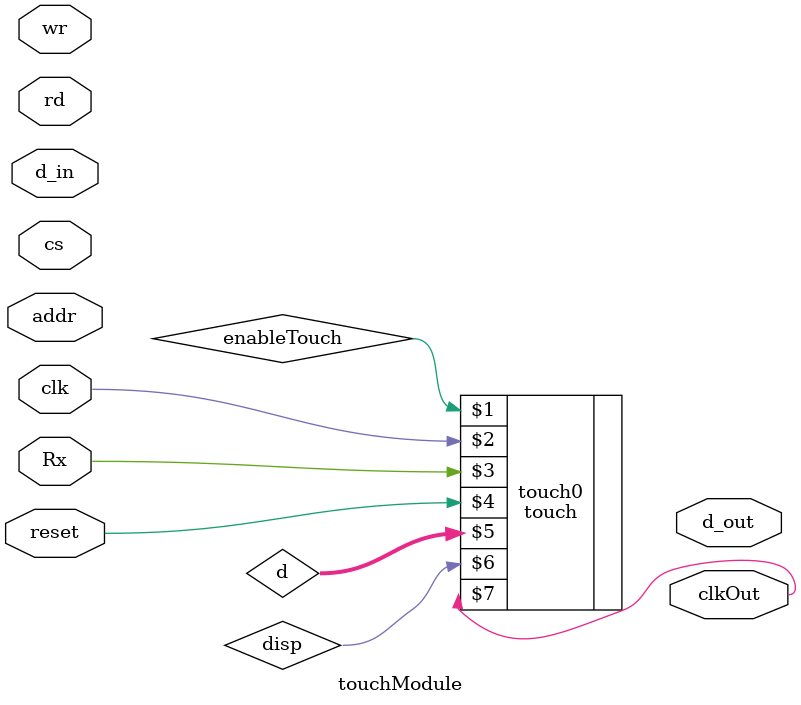
<source format=v>
module touchModule(
			input		[7:0]	d_in,
			input 	[3:0]	addr,
			input				cs,
			input				rd,
			input				wr,
			input 			reset,
			input				clk,
			input				Rx,
			output	[7:0]	d_out,
			output			clkOut
    );

reg [3:0]	s;
reg			d1;
reg			d0;
wire			enableTouch;
wire			disp;
wire [8:0]	d;

touch		touch0		(	enableTouch, clk, Rx, reset, d, disp, clkOut	);

always @(posedge d1)
begin
	case({addr})
		4'h6700: s[1:0]=2'b01;
		4'h6701: s[1:0]=2'b10;
		4'h6702: s[1:0]=2'b11;
	endcase
end

always @(posedge clk)
begin
	if(d0) begin
		case({addr})
			4'h6703: s[3:2]=2'b01;
			4'h6704: s[3:2]=2'b10;
		endcase
	end
end

always @(posedge clk)
begin
	case({cs,wr,rd})
		3'b101: d0<=1;
		3'b110: d1<=1;
		3'b111: 
				begin
					d1<=1;
					d0<=1;
				end
	endcase
	d0<=0;
	d1<=0;
end

endmodule

</source>
